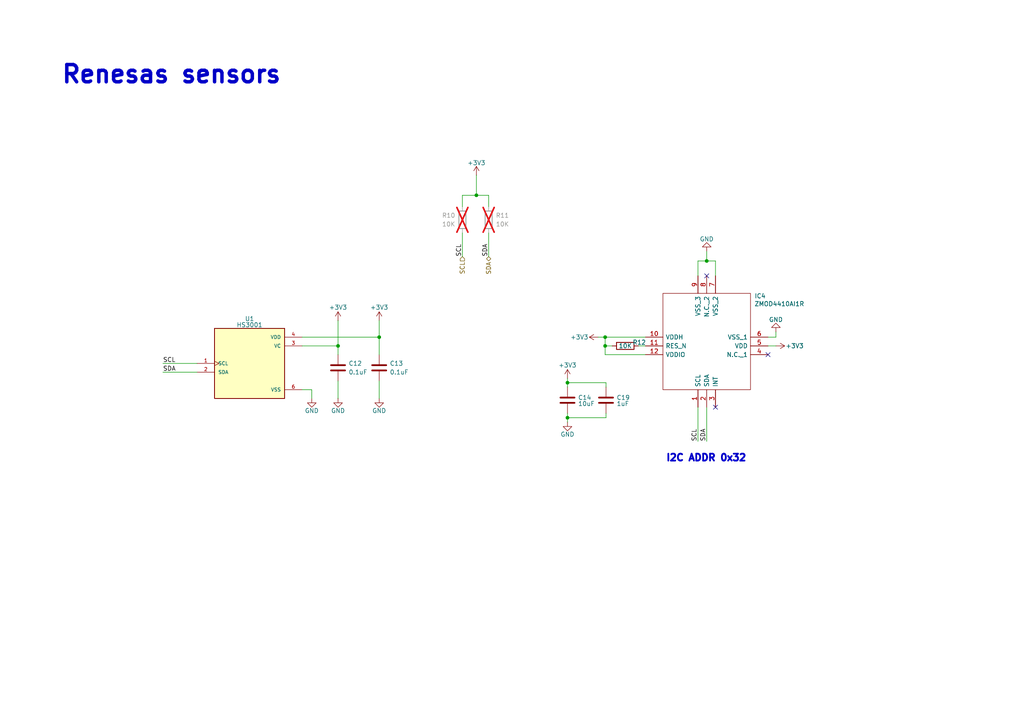
<source format=kicad_sch>
(kicad_sch (version 20231120) (generator "eeschema") (generator_version "8.0")
  (paper "A4")
  (title_block (title "Smart Door/Window Sensor - EH version") (date "2023-07-20") (rev "1.3") (comment 2 "Salvatore Raccardi") (comment 3 "Salvatore Raccardi"))
  (lib_symbols
    (symbol "+3V3_2" (power) (pin_names (offset 0))
      (property "Value" "+3V3_2" (at 0 3.556 0))
      (symbol "+3V3_2_0_1"
        (polyline (pts (xy -0.762 1.27) (xy 0 2.54)))
        (polyline (pts (xy 0 0) (xy 0 2.54)))
        (polyline (pts (xy 0 2.54) (xy 0.762 1.27)))
      )
      (symbol "+3V3_2_1_1"
        (pin power_in line (at 0 0 90) (length 0) hide (name "+3V3") (number "1"))
      )
    )
    (symbol "+3V3_3" (power) (pin_names (offset 0))
      (property "Value" "+3V3_3" (at 0 3.556 0))
      (symbol "+3V3_3_0_1"
        (polyline (pts (xy -0.762 1.27) (xy 0 2.54)))
        (polyline (pts (xy 0 0) (xy 0 2.54)))
        (polyline (pts (xy 0 2.54) (xy 0.762 1.27)))
      )
      (symbol "+3V3_3_1_1"
        (pin power_in line (at 0 0 90) (length 0) hide (name "+3V3") (number "1"))
      )
    )
    (symbol "Device:C" (pin_numbers hide) (pin_names (offset 0.254))
      (property "Reference" "C" (at 0.635 2.54 0))
      (property "Value" "C" (at 0.635 -2.54 0))
      (symbol "C_0_1"
        (polyline (pts (xy -2.032 -0.762) (xy 2.032 -0.762)) (stroke (width 0.508)))
        (polyline (pts (xy -2.032 0.762) (xy 2.032 0.762)) (stroke (width 0.508)))
      )
      (symbol "C_1_1"
        (pin passive line (at 0 3.81 270) (length 2.794) (name "~") (number "1"))
        (pin passive line (at 0 -3.81 90) (length 2.794) (name "~") (number "2"))
      )
    )
    (symbol "Device:R" (pin_numbers hide) (pin_names (offset 0))
      (property "Reference" "R" (at 2.032 0 90))
      (property "Value" "R" (at 0 0 90))
      (symbol "R_0_1"
        (rectangle (start -1.016 -2.54) (end 1.016 2.54) (stroke (width 0.254)))
      )
      (symbol "R_1_1"
        (pin passive line (at 0 3.81 270) (length 1.27) (name "~") (number "1"))
        (pin passive line (at 0 -3.81 90) (length 1.27) (name "~") (number "2"))
      )
    )
    (symbol "GND_3" (power) (pin_names (offset 0))
      (property "Value" "GND_3" (at 0 -3.81 0))
      (symbol "GND_3_0_1"
        (polyline (pts (xy 0 0) (xy 0 -1.27) (xy 1.27 -1.27) (xy 0 -2.54) (xy -1.27 -1.27) (xy 0 -1.27)))
      )
      (symbol "GND_3_1_1"
        (pin power_in line (at 0 0 270) (length 0) hide (name "GND") (number "1"))
      )
    )
    (symbol "GND_4" (power) (pin_names (offset 0))
      (property "Value" "GND_4" (at 0 -3.81 0))
      (symbol "GND_4_0_1"
        (polyline (pts (xy 0 0) (xy 0 -1.27) (xy 1.27 -1.27) (xy 0 -2.54) (xy -1.27 -1.27) (xy 0 -1.27)))
      )
      (symbol "GND_4_1_1"
        (pin power_in line (at 0 0 270) (length 0) hide (name "GND") (number "1"))
      )
    )
    (symbol "HS3001:HS3001" (pin_names (offset 1.016))
      (property "Reference" "U" (at -10.16 10.922 0))
      (property "Value" "HS3001" (at -10.16 -12.7 0))
      (symbol "HS3001_0_0"
        (rectangle (start -10.16 -10.16) (end 10.16 10.16) (stroke (width 0.254)) (fill (type background)))
        (pin bidirectional clock (at -15.24 0 0) (length 5.08) (name "SCL") (number "1"))
        (pin bidirectional line (at -15.24 -2.54 0) (length 5.08) (name "SDA") (number "2"))
        (pin power_in line (at 15.24 5.08 180) (length 5.08) (name "VC") (number "3"))
        (pin power_in line (at 15.24 7.62 180) (length 5.08) (name "VDD") (number "4"))
        (pin power_in line (at 15.24 -7.62 180) (length 5.08) (name "VSS") (number "6"))
      )
    )
    (symbol "ZMOD4410AI1R:ZMOD4410AI1R" (pin_names (offset 0.762))
      (property "Reference" "IC" (at 31.75 17.78 0))
      (property "Value" "ZMOD4410AI1R" (at 31.75 15.24 0))
      (symbol "ZMOD4410AI1R_0_0"
        (pin passive line (at 15.24 -20.32 90) (length 5.08) (name "SCL") (number "1"))
        (pin passive line (at 0 0 0) (length 5.08) (name "VDDH") (number "10"))
        (pin passive line (at 0 -2.54 0) (length 5.08) (name "RES_N") (number "11"))
        (pin passive line (at 0 -5.08 0) (length 5.08) (name "VDDIO") (number "12"))
        (pin passive line (at 17.78 -20.32 90) (length 5.08) (name "SDA") (number "2"))
        (pin passive line (at 20.32 -20.32 90) (length 5.08) (name "INT") (number "3"))
        (pin passive line (at 35.56 -5.08 180) (length 5.08) (name "N.C._1") (number "4"))
        (pin passive line (at 35.56 -2.54 180) (length 5.08) (name "VDD") (number "5"))
        (pin passive line (at 35.56 0 180) (length 5.08) (name "VSS_1") (number "6"))
        (pin passive line (at 20.32 17.78 270) (length 5.08) (name "VSS_2") (number "7"))
        (pin passive line (at 17.78 17.78 270) (length 5.08) (name "N.C._2") (number "8"))
        (pin passive line (at 15.24 17.78 270) (length 5.08) (name "VSS_3") (number "9"))
      )
      (symbol "ZMOD4410AI1R_0_1"
        (polyline (pts (xy 5.08 12.7) (xy 30.48 12.7) (xy 30.48 -15.24) (xy 5.08 -15.24) (xy 5.08 12.7)) (stroke (width 0.1524)))
      )
    )
    (symbol "power:+3V3" (power) (pin_numbers hide) (pin_names (offset 0) hide)
      (property "Value" "+3V3" (at 0 3.556 0))
      (symbol "+3V3_0_1"
        (polyline (pts (xy -0.762 1.27) (xy 0 2.54)))
        (polyline (pts (xy 0 0) (xy 0 2.54)))
        (polyline (pts (xy 0 2.54) (xy 0.762 1.27)))
      )
      (symbol "+3V3_1_1"
        (pin power_in line (at 0 0 90) (length 0) (name "~") (number "1"))
      )
    )
    (symbol "power:GND" (power) (pin_numbers hide) (pin_names (offset 0) hide)
      (property "Value" "GND" (at 0 -3.81 0))
      (symbol "GND_0_1"
        (polyline (pts (xy 0 0) (xy 0 -1.27) (xy 1.27 -1.27) (xy 0 -2.54) (xy -1.27 -1.27) (xy 0 -1.27)))
      )
      (symbol "GND_1_1"
        (pin power_in line (at 0 0 270) (length 0) (name "~") (number "1"))
      )
    )
  )
  (junction (at 175.514 100.33))
  (junction (at 98.044 100.33))
  (junction (at 138.176 56.642))
  (junction (at 109.982 97.79))
  (junction (at 175.514 97.79))
  (junction (at 164.592 121.158))
  (junction (at 164.592 110.998))
  (junction (at 204.978 75.692))
  (no_connect (at 222.758 102.87))
  (no_connect (at 207.518 118.11))
  (no_connect (at 204.978 80.01))
  (wire (pts (xy 109.982 110.49) (xy 109.982 115.57)))
  (wire (pts (xy 57.15 107.95) (xy 47.244 107.95)))
  (wire (pts (xy 134.112 56.642) (xy 138.176 56.642)))
  (wire (pts (xy 202.438 80.01) (xy 202.438 75.692)))
  (wire (pts (xy 164.592 121.158) (xy 175.768 121.158)))
  (wire (pts (xy 175.514 97.79) (xy 187.198 97.79)))
  (wire (pts (xy 57.15 105.41) (xy 47.244 105.41)))
  (wire (pts (xy 98.044 100.33) (xy 98.044 102.87)))
  (wire (pts (xy 164.592 112.268) (xy 164.592 110.998)))
  (wire (pts (xy 141.732 59.944) (xy 141.732 56.642)))
  (wire (pts (xy 164.592 110.998) (xy 164.592 109.728)))
  (wire (pts (xy 164.592 119.888) (xy 164.592 121.158)))
  (wire (pts (xy 138.176 56.642) (xy 141.732 56.642)))
  (wire (pts (xy 87.63 97.79) (xy 109.982 97.79)))
  (wire (pts (xy 207.518 75.692) (xy 207.518 80.01)))
  (wire (pts (xy 175.514 102.87) (xy 187.198 102.87)))
  (wire (pts (xy 138.176 56.642) (xy 138.176 50.8)))
  (wire (pts (xy 222.758 100.33) (xy 225.044 100.33)))
  (wire (pts (xy 175.768 110.998) (xy 175.768 112.268)))
  (wire (pts (xy 175.768 121.158) (xy 175.768 119.888)))
  (wire (pts (xy 141.732 67.564) (xy 141.732 74.422)))
  (wire (pts (xy 87.63 113.03) (xy 90.424 113.03)))
  (wire (pts (xy 164.592 121.158) (xy 164.592 122.428)))
  (wire (pts (xy 109.982 92.964) (xy 109.982 97.79)))
  (wire (pts (xy 177.546 100.33) (xy 175.514 100.33)))
  (wire (pts (xy 98.044 110.49) (xy 98.044 115.57)))
  (wire (pts (xy 134.112 59.944) (xy 134.112 56.642)))
  (wire (pts (xy 204.978 75.692) (xy 207.518 75.692)))
  (wire (pts (xy 175.514 100.33) (xy 175.514 102.87)))
  (wire (pts (xy 222.758 97.79) (xy 225.044 97.79)))
  (wire (pts (xy 202.438 75.692) (xy 204.978 75.692)))
  (wire (pts (xy 164.592 110.998) (xy 175.768 110.998)))
  (wire (pts (xy 187.198 100.33) (xy 185.166 100.33)))
  (wire (pts (xy 98.044 92.964) (xy 98.044 100.33)))
  (wire (pts (xy 87.63 100.33) (xy 98.044 100.33)))
  (wire (pts (xy 204.978 118.11) (xy 204.978 128.016)))
  (wire (pts (xy 225.044 96.266) (xy 225.044 97.79)))
  (wire (pts (xy 90.424 113.03) (xy 90.424 115.57)))
  (wire (pts (xy 175.514 100.33) (xy 175.514 97.79)))
  (wire (pts (xy 175.514 97.79) (xy 173.482 97.79)))
  (wire (pts (xy 109.982 97.79) (xy 109.982 102.87)))
  (wire (pts (xy 204.978 72.898) (xy 204.978 75.692)))
  (wire (pts (xy 202.438 118.11) (xy 202.438 128.016)))
  (wire (pts (xy 134.112 67.564) (xy 134.112 74.422)))
  (text "I2C ADDR 0x32\n" (at 193.04 134.112 0) (effects (font (size 2 2) (thickness 0.6) (bold yes)) (justify left bottom)))
  (text "Renesas sensors" (at 17.526 24.638 0) (effects (font (size 5 5) (thickness 1) (bold yes)) (justify left bottom)))
  (label "SDA" (at 204.978 128.016 90))
  (label "SCL" (at 134.112 74.422 90))
  (label "SCL" (at 47.244 105.41 0))
  (label "SDA" (at 141.732 74.422 90))
  (label "SCL" (at 202.438 128.016 90))
  (label "SDA" (at 47.244 107.95 0))
  (hierarchical_label "SDA" (shape bidirectional) (at 141.732 74.422 270))
  (hierarchical_label "SCL" (shape input) (at 134.112 74.422 270))
  (symbol (lib_id "power:GND") (at 90.424 115.57 0) (unit 1)
    (property "Reference" "#PWR057" (effects (hide yes)))
    (property "Value" "GND" (at 90.424 119.126 0))
    (property "Description" "Power symbol creates a global label with name \"GND\" , ground" (effects (hide yes)))
  )
  (symbol (lib_id "Device:C") (at 109.982 106.68 0) (unit 1)
    (property "Reference" "C13" (at 113.03 105.4099 0) (effects (justify left)))
    (property "Value" "0.1uF" (at 113.03 107.9499 0) (effects (justify left)))
    (property "Footprint" "Capacitor_SMD:C_0402_1005Metric" (effects (hide yes)))
    (property "Description" "Unpolarized capacitor" (effects (hide yes)))
  )
  (symbol (lib_name "GND_3") (lib_id "power:GND") (at 225.044 96.266 180) (unit 1)
    (property "Reference" "#PWR069" (effects (hide yes)))
    (property "Value" "GND" (at 225.044 92.71 0))
  )
  (symbol (lib_id "Device:C") (at 98.044 106.68 0) (unit 1)
    (property "Reference" "C12" (at 101.092 105.4099 0) (effects (justify left)))
    (property "Value" "0.1uF" (at 101.092 107.9499 0) (effects (justify left)))
    (property "Footprint" "Capacitor_SMD:C_0402_1005Metric" (effects (hide yes)))
    (property "Description" "Unpolarized capacitor" (effects (hide yes)))
  )
  (symbol (lib_name "GND_3") (lib_id "power:GND") (at 204.978 72.898 180) (unit 1)
    (property "Reference" "#PWR068" (effects (hide yes)))
    (property "Value" "GND" (at 204.978 69.342 0))
  )
  (symbol (lib_name "+3V3_2") (lib_id "power:+3V3") (at 164.592 109.728 0) (mirror y) (unit 1)
    (property "Reference" "#PWR065" (effects (hide yes)))
    (property "Value" "+3V3" (at 164.592 105.918 0))
  )
  (symbol (lib_id "power:+3V3") (at 138.176 50.8 0) (unit 1)
    (property "Reference" "#PWR064" (effects (hide yes)))
    (property "Value" "+3V3" (at 138.176 47.244 0))
    (property "Description" "Power symbol creates a global label with name \"+3V3\"" (effects (hide yes)))
  )
  (symbol (lib_name "+3V3_3") (lib_id "power:+3V3") (at 173.482 97.79 90) (unit 1)
    (property "Reference" "#PWR067" (effects (hide yes)))
    (property "Value" "+3V3" (at 170.688 97.79 90) (effects (justify left)))
  )
  (symbol (lib_name "GND_4") (lib_id "power:GND") (at 164.592 122.428 0) (unit 1)
    (property "Reference" "#PWR066" (effects (hide yes)))
    (property "Value" "GND" (at 164.592 125.984 0))
  )
  (symbol (lib_id "power:GND") (at 98.044 115.57 0) (unit 1)
    (property "Reference" "#PWR061" (effects (hide yes)))
    (property "Value" "GND" (at 98.044 119.126 0))
    (property "Description" "Power symbol creates a global label with name \"GND\" , ground" (effects (hide yes)))
  )
  (symbol (lib_id "Device:R") (at 181.356 100.33 90) (unit 1)
    (property "Reference" "R12" (at 185.42 99.314 90))
    (property "Value" "10K" (at 181.356 100.33 90))
    (property "Footprint" "Resistor_SMD:R_0402_1005Metric" (effects (hide yes)))
    (property "Description" "Resistor" (effects (hide yes)))
  )
  (symbol (lib_id "Device:C") (at 175.768 116.078 0) (unit 1)
    (property "Reference" "C19" (at 178.816 115.316 0) (effects (justify left)))
    (property "Value" "1uF" (at 178.816 117.094 0) (effects (justify left)))
    (property "Footprint" "Capacitor_SMD:C_0402_1005Metric" (effects (hide yes)))
  )
  (symbol (lib_id "Device:C") (at 164.592 116.078 0) (unit 1)
    (property "Reference" "C14" (at 167.64 115.316 0) (effects (justify left)))
    (property "Value" "10uF" (at 167.64 117.094 0) (effects (justify left)))
    (property "Footprint" "Capacitor_SMD:C_0402_1005Metric" (effects (hide yes)))
  )
  (symbol (lib_id "Device:R") (at 141.732 63.754 0) (unit 1) (in_bom no) (dnp yes)
    (property "Reference" "R11" (at 143.764 62.4839 0) (effects (justify left)))
    (property "Value" "10K" (at 143.764 65.0239 0) (effects (justify left)))
    (property "Footprint" "Resistor_SMD:R_0402_1005Metric" (effects (hide yes)))
    (property "Description" "Resistor" (effects (hide yes)))
  )
  (symbol (lib_id "power:GND") (at 109.982 115.57 0) (unit 1)
    (property "Reference" "#PWR063" (effects (hide yes)))
    (property "Value" "GND" (at 109.982 119.126 0))
    (property "Description" "Power symbol creates a global label with name \"GND\" , ground" (effects (hide yes)))
  )
  (symbol (lib_id "HS3001:HS3001") (at 72.39 105.41 0) (unit 1)
    (property "Reference" "U1" (at 72.39 92.456 0))
    (property "Value" "HS3001" (at 72.39 94.234 0))
    (property "Footprint" "lib:XDCR_HS3001" (effects (hide yes)))
    (property "MF" "Renesas Electronics America Inc." (effects (hide yes)))
    (property "MAXIMUM_PACKAGE_HEIGHT" "0.9mm" (effects (hide yes)))
    (property "Package" "None" (effects (hide yes)))
    (property "Price" "None" (effects (hide yes)))
    (property "Check_prices" "https://www.snapeda.com/parts/HS3001/Renesas/view-part/?ref=eda" (effects (hide yes)))
    (property "STANDARD" "Manufacturer Recommendations" (effects (hide yes)))
    (property "PARTREV" "August 6, 2018 (Rev 01)" (effects (hide yes)))
    (property "SnapEDA_Link" "https://www.snapeda.com/parts/HS3001/Renesas/view-part/?ref=snap" (effects (hide yes)))
    (property "MP" "HS3001" (effects (hide yes)))
    (property "Description_1" "\nFS2012, HS3001, ZWIR4512, 6LoWPAN - Flow, Humidity, Temperature Sensor Evaluation Board\n" (effects (hide yes)))
    (property "Availability" "In Stock" (effects (hide yes)))
    (property "MANUFACTURER" "IDT, Integrated Device Technology Inc" (effects (hide yes)))
  )
  (symbol (lib_id "power:+3V3") (at 109.982 92.964 0) (unit 1)
    (property "Reference" "#PWR062" (effects (hide yes)))
    (property "Value" "+3V3" (at 109.982 89.154 0))
    (property "Description" "Power symbol creates a global label with name \"+3V3\"" (effects (hide yes)))
  )
  (symbol (lib_id "Device:R") (at 134.112 63.754 0) (mirror y) (unit 1) (in_bom no) (dnp yes)
    (property "Reference" "R10" (at 132.08 62.4839 0) (effects (justify left)))
    (property "Value" "10K" (at 132.08 65.0239 0) (effects (justify left)))
    (property "Footprint" "Resistor_SMD:R_0402_1005Metric" (effects (hide yes)))
    (property "Description" "Resistor" (effects (hide yes)))
  )
  (symbol (lib_id "ZMOD4410AI1R:ZMOD4410AI1R") (at 187.198 97.79 0) (unit 1)
    (property "Reference" "IC4" (at 220.472 85.852 0))
    (property "Value" "ZMOD4410AI1R" (at 226.06 88.138 0))
    (property "Footprint" "lib:ZMOD4410AI1R" (effects (hide yes)))
    (property "Datasheet" "https://www.idt.com/document/dst/zmod4410-datasheet" (effects (hide yes)))
    (property "Description" "The ZMOD4410 gas sensor module is an easily integrated firmware configurable architecture enabling multiple sensing solutions with a common hardware platform. Simply download one of the firmware libraries that best supports your application from the Renesas website and integrate it with your host microcontroller. The JEDEC JESD47 qualified device supports 10+ years of life, supporting your indoor air quality (IAQ) application designed for detecting total volatile organic compounds (TVOCs), estimating CO2, a" (effects (hide yes)))
    (property "Height" "0.77" (effects (hide yes)))
    (property "Mouser Part Number" "964-ZMOD4410AI1R" (effects (hide yes)))
    (property "Mouser Price/Stock" "https://www.mouser.co.uk/ProductDetail/Renesas-Electronics/ZMOD4410AI1R?qs=y6ZabgHbY%252BwCtZi1inoY6g%3D%3D" (effects (hide yes)))
    (property "Manufacturer_Name" "Renesas Electronics" (effects (hide yes)))
    (property "Manufacturer_Part_Number" "ZMOD4410AI1R" (effects (hide yes)))
  )
  (symbol (lib_name "+3V3_3") (lib_id "power:+3V3") (at 225.044 100.33 270) (unit 1)
    (property "Reference" "#PWR070" (effects (hide yes)))
    (property "Value" "+3V3" (at 227.838 100.33 90) (effects (justify left)))
  )
  (symbol (lib_id "power:+3V3") (at 98.044 92.964 0) (unit 1)
    (property "Reference" "#PWR058" (effects (hide yes)))
    (property "Value" "+3V3" (at 98.044 89.154 0))
    (property "Description" "Power symbol creates a global label with name \"+3V3\"" (effects (hide yes)))
  )
)
</source>
